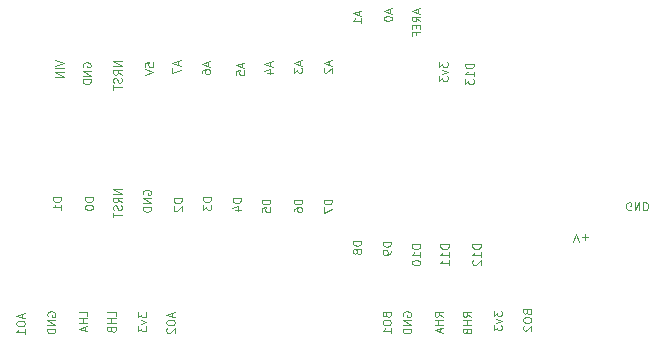
<source format=gbo>
%TF.GenerationSoftware,KiCad,Pcbnew,7.0.1*%
%TF.CreationDate,2023-05-14T10:54:03+09:00*%
%TF.ProjectId,trace,74726163-652e-46b6-9963-61645f706362,rev?*%
%TF.SameCoordinates,Original*%
%TF.FileFunction,Legend,Bot*%
%TF.FilePolarity,Positive*%
%FSLAX46Y46*%
G04 Gerber Fmt 4.6, Leading zero omitted, Abs format (unit mm)*
G04 Created by KiCad (PCBNEW 7.0.1) date 2023-05-14 10:54:03*
%MOMM*%
%LPD*%
G01*
G04 APERTURE LIST*
%ADD10C,0.100000*%
G04 APERTURE END LIST*
D10*
X151814333Y-117366666D02*
X151114333Y-117366666D01*
X151114333Y-117366666D02*
X151114333Y-117533333D01*
X151114333Y-117533333D02*
X151147666Y-117633333D01*
X151147666Y-117633333D02*
X151214333Y-117700000D01*
X151214333Y-117700000D02*
X151281000Y-117733333D01*
X151281000Y-117733333D02*
X151414333Y-117766666D01*
X151414333Y-117766666D02*
X151514333Y-117766666D01*
X151514333Y-117766666D02*
X151647666Y-117733333D01*
X151647666Y-117733333D02*
X151714333Y-117700000D01*
X151714333Y-117700000D02*
X151781000Y-117633333D01*
X151781000Y-117633333D02*
X151814333Y-117533333D01*
X151814333Y-117533333D02*
X151814333Y-117366666D01*
X151814333Y-118433333D02*
X151814333Y-118033333D01*
X151814333Y-118233333D02*
X151114333Y-118233333D01*
X151114333Y-118233333D02*
X151214333Y-118166666D01*
X151214333Y-118166666D02*
X151281000Y-118100000D01*
X151281000Y-118100000D02*
X151314333Y-118033333D01*
X151181000Y-118700000D02*
X151147666Y-118733333D01*
X151147666Y-118733333D02*
X151114333Y-118800000D01*
X151114333Y-118800000D02*
X151114333Y-118966667D01*
X151114333Y-118966667D02*
X151147666Y-119033333D01*
X151147666Y-119033333D02*
X151181000Y-119066667D01*
X151181000Y-119066667D02*
X151247666Y-119100000D01*
X151247666Y-119100000D02*
X151314333Y-119100000D01*
X151314333Y-119100000D02*
X151414333Y-119066667D01*
X151414333Y-119066667D02*
X151814333Y-118666667D01*
X151814333Y-118666667D02*
X151814333Y-119100000D01*
X149114333Y-117366666D02*
X148414333Y-117366666D01*
X148414333Y-117366666D02*
X148414333Y-117533333D01*
X148414333Y-117533333D02*
X148447666Y-117633333D01*
X148447666Y-117633333D02*
X148514333Y-117700000D01*
X148514333Y-117700000D02*
X148581000Y-117733333D01*
X148581000Y-117733333D02*
X148714333Y-117766666D01*
X148714333Y-117766666D02*
X148814333Y-117766666D01*
X148814333Y-117766666D02*
X148947666Y-117733333D01*
X148947666Y-117733333D02*
X149014333Y-117700000D01*
X149014333Y-117700000D02*
X149081000Y-117633333D01*
X149081000Y-117633333D02*
X149114333Y-117533333D01*
X149114333Y-117533333D02*
X149114333Y-117366666D01*
X149114333Y-118433333D02*
X149114333Y-118033333D01*
X149114333Y-118233333D02*
X148414333Y-118233333D01*
X148414333Y-118233333D02*
X148514333Y-118166666D01*
X148514333Y-118166666D02*
X148581000Y-118100000D01*
X148581000Y-118100000D02*
X148614333Y-118033333D01*
X149114333Y-119100000D02*
X149114333Y-118700000D01*
X149114333Y-118900000D02*
X148414333Y-118900000D01*
X148414333Y-118900000D02*
X148514333Y-118833333D01*
X148514333Y-118833333D02*
X148581000Y-118766667D01*
X148581000Y-118766667D02*
X148614333Y-118700000D01*
X146714333Y-117366666D02*
X146014333Y-117366666D01*
X146014333Y-117366666D02*
X146014333Y-117533333D01*
X146014333Y-117533333D02*
X146047666Y-117633333D01*
X146047666Y-117633333D02*
X146114333Y-117700000D01*
X146114333Y-117700000D02*
X146181000Y-117733333D01*
X146181000Y-117733333D02*
X146314333Y-117766666D01*
X146314333Y-117766666D02*
X146414333Y-117766666D01*
X146414333Y-117766666D02*
X146547666Y-117733333D01*
X146547666Y-117733333D02*
X146614333Y-117700000D01*
X146614333Y-117700000D02*
X146681000Y-117633333D01*
X146681000Y-117633333D02*
X146714333Y-117533333D01*
X146714333Y-117533333D02*
X146714333Y-117366666D01*
X146714333Y-118433333D02*
X146714333Y-118033333D01*
X146714333Y-118233333D02*
X146014333Y-118233333D01*
X146014333Y-118233333D02*
X146114333Y-118166666D01*
X146114333Y-118166666D02*
X146181000Y-118100000D01*
X146181000Y-118100000D02*
X146214333Y-118033333D01*
X146014333Y-118866667D02*
X146014333Y-118933333D01*
X146014333Y-118933333D02*
X146047666Y-119000000D01*
X146047666Y-119000000D02*
X146081000Y-119033333D01*
X146081000Y-119033333D02*
X146147666Y-119066667D01*
X146147666Y-119066667D02*
X146281000Y-119100000D01*
X146281000Y-119100000D02*
X146447666Y-119100000D01*
X146447666Y-119100000D02*
X146581000Y-119066667D01*
X146581000Y-119066667D02*
X146647666Y-119033333D01*
X146647666Y-119033333D02*
X146681000Y-119000000D01*
X146681000Y-119000000D02*
X146714333Y-118933333D01*
X146714333Y-118933333D02*
X146714333Y-118866667D01*
X146714333Y-118866667D02*
X146681000Y-118800000D01*
X146681000Y-118800000D02*
X146647666Y-118766667D01*
X146647666Y-118766667D02*
X146581000Y-118733333D01*
X146581000Y-118733333D02*
X146447666Y-118700000D01*
X146447666Y-118700000D02*
X146281000Y-118700000D01*
X146281000Y-118700000D02*
X146147666Y-118733333D01*
X146147666Y-118733333D02*
X146081000Y-118766667D01*
X146081000Y-118766667D02*
X146047666Y-118800000D01*
X146047666Y-118800000D02*
X146014333Y-118866667D01*
X144214333Y-117166666D02*
X143514333Y-117166666D01*
X143514333Y-117166666D02*
X143514333Y-117333333D01*
X143514333Y-117333333D02*
X143547666Y-117433333D01*
X143547666Y-117433333D02*
X143614333Y-117500000D01*
X143614333Y-117500000D02*
X143681000Y-117533333D01*
X143681000Y-117533333D02*
X143814333Y-117566666D01*
X143814333Y-117566666D02*
X143914333Y-117566666D01*
X143914333Y-117566666D02*
X144047666Y-117533333D01*
X144047666Y-117533333D02*
X144114333Y-117500000D01*
X144114333Y-117500000D02*
X144181000Y-117433333D01*
X144181000Y-117433333D02*
X144214333Y-117333333D01*
X144214333Y-117333333D02*
X144214333Y-117166666D01*
X144214333Y-117900000D02*
X144214333Y-118033333D01*
X144214333Y-118033333D02*
X144181000Y-118100000D01*
X144181000Y-118100000D02*
X144147666Y-118133333D01*
X144147666Y-118133333D02*
X144047666Y-118200000D01*
X144047666Y-118200000D02*
X143914333Y-118233333D01*
X143914333Y-118233333D02*
X143647666Y-118233333D01*
X143647666Y-118233333D02*
X143581000Y-118200000D01*
X143581000Y-118200000D02*
X143547666Y-118166666D01*
X143547666Y-118166666D02*
X143514333Y-118100000D01*
X143514333Y-118100000D02*
X143514333Y-117966666D01*
X143514333Y-117966666D02*
X143547666Y-117900000D01*
X143547666Y-117900000D02*
X143581000Y-117866666D01*
X143581000Y-117866666D02*
X143647666Y-117833333D01*
X143647666Y-117833333D02*
X143814333Y-117833333D01*
X143814333Y-117833333D02*
X143881000Y-117866666D01*
X143881000Y-117866666D02*
X143914333Y-117900000D01*
X143914333Y-117900000D02*
X143947666Y-117966666D01*
X143947666Y-117966666D02*
X143947666Y-118100000D01*
X143947666Y-118100000D02*
X143914333Y-118166666D01*
X143914333Y-118166666D02*
X143881000Y-118200000D01*
X143881000Y-118200000D02*
X143814333Y-118233333D01*
X141714333Y-117066666D02*
X141014333Y-117066666D01*
X141014333Y-117066666D02*
X141014333Y-117233333D01*
X141014333Y-117233333D02*
X141047666Y-117333333D01*
X141047666Y-117333333D02*
X141114333Y-117400000D01*
X141114333Y-117400000D02*
X141181000Y-117433333D01*
X141181000Y-117433333D02*
X141314333Y-117466666D01*
X141314333Y-117466666D02*
X141414333Y-117466666D01*
X141414333Y-117466666D02*
X141547666Y-117433333D01*
X141547666Y-117433333D02*
X141614333Y-117400000D01*
X141614333Y-117400000D02*
X141681000Y-117333333D01*
X141681000Y-117333333D02*
X141714333Y-117233333D01*
X141714333Y-117233333D02*
X141714333Y-117066666D01*
X141314333Y-117866666D02*
X141281000Y-117800000D01*
X141281000Y-117800000D02*
X141247666Y-117766666D01*
X141247666Y-117766666D02*
X141181000Y-117733333D01*
X141181000Y-117733333D02*
X141147666Y-117733333D01*
X141147666Y-117733333D02*
X141081000Y-117766666D01*
X141081000Y-117766666D02*
X141047666Y-117800000D01*
X141047666Y-117800000D02*
X141014333Y-117866666D01*
X141014333Y-117866666D02*
X141014333Y-118000000D01*
X141014333Y-118000000D02*
X141047666Y-118066666D01*
X141047666Y-118066666D02*
X141081000Y-118100000D01*
X141081000Y-118100000D02*
X141147666Y-118133333D01*
X141147666Y-118133333D02*
X141181000Y-118133333D01*
X141181000Y-118133333D02*
X141247666Y-118100000D01*
X141247666Y-118100000D02*
X141281000Y-118066666D01*
X141281000Y-118066666D02*
X141314333Y-118000000D01*
X141314333Y-118000000D02*
X141314333Y-117866666D01*
X141314333Y-117866666D02*
X141347666Y-117800000D01*
X141347666Y-117800000D02*
X141381000Y-117766666D01*
X141381000Y-117766666D02*
X141447666Y-117733333D01*
X141447666Y-117733333D02*
X141581000Y-117733333D01*
X141581000Y-117733333D02*
X141647666Y-117766666D01*
X141647666Y-117766666D02*
X141681000Y-117800000D01*
X141681000Y-117800000D02*
X141714333Y-117866666D01*
X141714333Y-117866666D02*
X141714333Y-118000000D01*
X141714333Y-118000000D02*
X141681000Y-118066666D01*
X141681000Y-118066666D02*
X141647666Y-118100000D01*
X141647666Y-118100000D02*
X141581000Y-118133333D01*
X141581000Y-118133333D02*
X141447666Y-118133333D01*
X141447666Y-118133333D02*
X141381000Y-118100000D01*
X141381000Y-118100000D02*
X141347666Y-118066666D01*
X141347666Y-118066666D02*
X141314333Y-118000000D01*
X139214333Y-113566666D02*
X138514333Y-113566666D01*
X138514333Y-113566666D02*
X138514333Y-113733333D01*
X138514333Y-113733333D02*
X138547666Y-113833333D01*
X138547666Y-113833333D02*
X138614333Y-113900000D01*
X138614333Y-113900000D02*
X138681000Y-113933333D01*
X138681000Y-113933333D02*
X138814333Y-113966666D01*
X138814333Y-113966666D02*
X138914333Y-113966666D01*
X138914333Y-113966666D02*
X139047666Y-113933333D01*
X139047666Y-113933333D02*
X139114333Y-113900000D01*
X139114333Y-113900000D02*
X139181000Y-113833333D01*
X139181000Y-113833333D02*
X139214333Y-113733333D01*
X139214333Y-113733333D02*
X139214333Y-113566666D01*
X138514333Y-114200000D02*
X138514333Y-114666666D01*
X138514333Y-114666666D02*
X139214333Y-114366666D01*
X136714333Y-113566666D02*
X136014333Y-113566666D01*
X136014333Y-113566666D02*
X136014333Y-113733333D01*
X136014333Y-113733333D02*
X136047666Y-113833333D01*
X136047666Y-113833333D02*
X136114333Y-113900000D01*
X136114333Y-113900000D02*
X136181000Y-113933333D01*
X136181000Y-113933333D02*
X136314333Y-113966666D01*
X136314333Y-113966666D02*
X136414333Y-113966666D01*
X136414333Y-113966666D02*
X136547666Y-113933333D01*
X136547666Y-113933333D02*
X136614333Y-113900000D01*
X136614333Y-113900000D02*
X136681000Y-113833333D01*
X136681000Y-113833333D02*
X136714333Y-113733333D01*
X136714333Y-113733333D02*
X136714333Y-113566666D01*
X136014333Y-114566666D02*
X136014333Y-114433333D01*
X136014333Y-114433333D02*
X136047666Y-114366666D01*
X136047666Y-114366666D02*
X136081000Y-114333333D01*
X136081000Y-114333333D02*
X136181000Y-114266666D01*
X136181000Y-114266666D02*
X136314333Y-114233333D01*
X136314333Y-114233333D02*
X136581000Y-114233333D01*
X136581000Y-114233333D02*
X136647666Y-114266666D01*
X136647666Y-114266666D02*
X136681000Y-114300000D01*
X136681000Y-114300000D02*
X136714333Y-114366666D01*
X136714333Y-114366666D02*
X136714333Y-114500000D01*
X136714333Y-114500000D02*
X136681000Y-114566666D01*
X136681000Y-114566666D02*
X136647666Y-114600000D01*
X136647666Y-114600000D02*
X136581000Y-114633333D01*
X136581000Y-114633333D02*
X136414333Y-114633333D01*
X136414333Y-114633333D02*
X136347666Y-114600000D01*
X136347666Y-114600000D02*
X136314333Y-114566666D01*
X136314333Y-114566666D02*
X136281000Y-114500000D01*
X136281000Y-114500000D02*
X136281000Y-114366666D01*
X136281000Y-114366666D02*
X136314333Y-114300000D01*
X136314333Y-114300000D02*
X136347666Y-114266666D01*
X136347666Y-114266666D02*
X136414333Y-114233333D01*
X134014333Y-113566666D02*
X133314333Y-113566666D01*
X133314333Y-113566666D02*
X133314333Y-113733333D01*
X133314333Y-113733333D02*
X133347666Y-113833333D01*
X133347666Y-113833333D02*
X133414333Y-113900000D01*
X133414333Y-113900000D02*
X133481000Y-113933333D01*
X133481000Y-113933333D02*
X133614333Y-113966666D01*
X133614333Y-113966666D02*
X133714333Y-113966666D01*
X133714333Y-113966666D02*
X133847666Y-113933333D01*
X133847666Y-113933333D02*
X133914333Y-113900000D01*
X133914333Y-113900000D02*
X133981000Y-113833333D01*
X133981000Y-113833333D02*
X134014333Y-113733333D01*
X134014333Y-113733333D02*
X134014333Y-113566666D01*
X133314333Y-114600000D02*
X133314333Y-114266666D01*
X133314333Y-114266666D02*
X133647666Y-114233333D01*
X133647666Y-114233333D02*
X133614333Y-114266666D01*
X133614333Y-114266666D02*
X133581000Y-114333333D01*
X133581000Y-114333333D02*
X133581000Y-114500000D01*
X133581000Y-114500000D02*
X133614333Y-114566666D01*
X133614333Y-114566666D02*
X133647666Y-114600000D01*
X133647666Y-114600000D02*
X133714333Y-114633333D01*
X133714333Y-114633333D02*
X133881000Y-114633333D01*
X133881000Y-114633333D02*
X133947666Y-114600000D01*
X133947666Y-114600000D02*
X133981000Y-114566666D01*
X133981000Y-114566666D02*
X134014333Y-114500000D01*
X134014333Y-114500000D02*
X134014333Y-114333333D01*
X134014333Y-114333333D02*
X133981000Y-114266666D01*
X133981000Y-114266666D02*
X133947666Y-114233333D01*
X131514333Y-113466666D02*
X130814333Y-113466666D01*
X130814333Y-113466666D02*
X130814333Y-113633333D01*
X130814333Y-113633333D02*
X130847666Y-113733333D01*
X130847666Y-113733333D02*
X130914333Y-113800000D01*
X130914333Y-113800000D02*
X130981000Y-113833333D01*
X130981000Y-113833333D02*
X131114333Y-113866666D01*
X131114333Y-113866666D02*
X131214333Y-113866666D01*
X131214333Y-113866666D02*
X131347666Y-113833333D01*
X131347666Y-113833333D02*
X131414333Y-113800000D01*
X131414333Y-113800000D02*
X131481000Y-113733333D01*
X131481000Y-113733333D02*
X131514333Y-113633333D01*
X131514333Y-113633333D02*
X131514333Y-113466666D01*
X131047666Y-114466666D02*
X131514333Y-114466666D01*
X130781000Y-114300000D02*
X131281000Y-114133333D01*
X131281000Y-114133333D02*
X131281000Y-114566666D01*
X129014333Y-113366666D02*
X128314333Y-113366666D01*
X128314333Y-113366666D02*
X128314333Y-113533333D01*
X128314333Y-113533333D02*
X128347666Y-113633333D01*
X128347666Y-113633333D02*
X128414333Y-113700000D01*
X128414333Y-113700000D02*
X128481000Y-113733333D01*
X128481000Y-113733333D02*
X128614333Y-113766666D01*
X128614333Y-113766666D02*
X128714333Y-113766666D01*
X128714333Y-113766666D02*
X128847666Y-113733333D01*
X128847666Y-113733333D02*
X128914333Y-113700000D01*
X128914333Y-113700000D02*
X128981000Y-113633333D01*
X128981000Y-113633333D02*
X129014333Y-113533333D01*
X129014333Y-113533333D02*
X129014333Y-113366666D01*
X128314333Y-114000000D02*
X128314333Y-114433333D01*
X128314333Y-114433333D02*
X128581000Y-114200000D01*
X128581000Y-114200000D02*
X128581000Y-114300000D01*
X128581000Y-114300000D02*
X128614333Y-114366666D01*
X128614333Y-114366666D02*
X128647666Y-114400000D01*
X128647666Y-114400000D02*
X128714333Y-114433333D01*
X128714333Y-114433333D02*
X128881000Y-114433333D01*
X128881000Y-114433333D02*
X128947666Y-114400000D01*
X128947666Y-114400000D02*
X128981000Y-114366666D01*
X128981000Y-114366666D02*
X129014333Y-114300000D01*
X129014333Y-114300000D02*
X129014333Y-114100000D01*
X129014333Y-114100000D02*
X128981000Y-114033333D01*
X128981000Y-114033333D02*
X128947666Y-114000000D01*
X126514333Y-113466666D02*
X125814333Y-113466666D01*
X125814333Y-113466666D02*
X125814333Y-113633333D01*
X125814333Y-113633333D02*
X125847666Y-113733333D01*
X125847666Y-113733333D02*
X125914333Y-113800000D01*
X125914333Y-113800000D02*
X125981000Y-113833333D01*
X125981000Y-113833333D02*
X126114333Y-113866666D01*
X126114333Y-113866666D02*
X126214333Y-113866666D01*
X126214333Y-113866666D02*
X126347666Y-113833333D01*
X126347666Y-113833333D02*
X126414333Y-113800000D01*
X126414333Y-113800000D02*
X126481000Y-113733333D01*
X126481000Y-113733333D02*
X126514333Y-113633333D01*
X126514333Y-113633333D02*
X126514333Y-113466666D01*
X125881000Y-114133333D02*
X125847666Y-114166666D01*
X125847666Y-114166666D02*
X125814333Y-114233333D01*
X125814333Y-114233333D02*
X125814333Y-114400000D01*
X125814333Y-114400000D02*
X125847666Y-114466666D01*
X125847666Y-114466666D02*
X125881000Y-114500000D01*
X125881000Y-114500000D02*
X125947666Y-114533333D01*
X125947666Y-114533333D02*
X126014333Y-114533333D01*
X126014333Y-114533333D02*
X126114333Y-114500000D01*
X126114333Y-114500000D02*
X126514333Y-114100000D01*
X126514333Y-114100000D02*
X126514333Y-114533333D01*
X123247666Y-113133333D02*
X123214333Y-113066666D01*
X123214333Y-113066666D02*
X123214333Y-112966666D01*
X123214333Y-112966666D02*
X123247666Y-112866666D01*
X123247666Y-112866666D02*
X123314333Y-112800000D01*
X123314333Y-112800000D02*
X123381000Y-112766666D01*
X123381000Y-112766666D02*
X123514333Y-112733333D01*
X123514333Y-112733333D02*
X123614333Y-112733333D01*
X123614333Y-112733333D02*
X123747666Y-112766666D01*
X123747666Y-112766666D02*
X123814333Y-112800000D01*
X123814333Y-112800000D02*
X123881000Y-112866666D01*
X123881000Y-112866666D02*
X123914333Y-112966666D01*
X123914333Y-112966666D02*
X123914333Y-113033333D01*
X123914333Y-113033333D02*
X123881000Y-113133333D01*
X123881000Y-113133333D02*
X123847666Y-113166666D01*
X123847666Y-113166666D02*
X123614333Y-113166666D01*
X123614333Y-113166666D02*
X123614333Y-113033333D01*
X123914333Y-113466666D02*
X123214333Y-113466666D01*
X123214333Y-113466666D02*
X123914333Y-113866666D01*
X123914333Y-113866666D02*
X123214333Y-113866666D01*
X123914333Y-114199999D02*
X123214333Y-114199999D01*
X123214333Y-114199999D02*
X123214333Y-114366666D01*
X123214333Y-114366666D02*
X123247666Y-114466666D01*
X123247666Y-114466666D02*
X123314333Y-114533333D01*
X123314333Y-114533333D02*
X123381000Y-114566666D01*
X123381000Y-114566666D02*
X123514333Y-114599999D01*
X123514333Y-114599999D02*
X123614333Y-114599999D01*
X123614333Y-114599999D02*
X123747666Y-114566666D01*
X123747666Y-114566666D02*
X123814333Y-114533333D01*
X123814333Y-114533333D02*
X123881000Y-114466666D01*
X123881000Y-114466666D02*
X123914333Y-114366666D01*
X123914333Y-114366666D02*
X123914333Y-114199999D01*
X121414333Y-112666666D02*
X120714333Y-112666666D01*
X120714333Y-112666666D02*
X121414333Y-113066666D01*
X121414333Y-113066666D02*
X120714333Y-113066666D01*
X121414333Y-113799999D02*
X121081000Y-113566666D01*
X121414333Y-113399999D02*
X120714333Y-113399999D01*
X120714333Y-113399999D02*
X120714333Y-113666666D01*
X120714333Y-113666666D02*
X120747666Y-113733333D01*
X120747666Y-113733333D02*
X120781000Y-113766666D01*
X120781000Y-113766666D02*
X120847666Y-113799999D01*
X120847666Y-113799999D02*
X120947666Y-113799999D01*
X120947666Y-113799999D02*
X121014333Y-113766666D01*
X121014333Y-113766666D02*
X121047666Y-113733333D01*
X121047666Y-113733333D02*
X121081000Y-113666666D01*
X121081000Y-113666666D02*
X121081000Y-113399999D01*
X121381000Y-114066666D02*
X121414333Y-114166666D01*
X121414333Y-114166666D02*
X121414333Y-114333333D01*
X121414333Y-114333333D02*
X121381000Y-114399999D01*
X121381000Y-114399999D02*
X121347666Y-114433333D01*
X121347666Y-114433333D02*
X121281000Y-114466666D01*
X121281000Y-114466666D02*
X121214333Y-114466666D01*
X121214333Y-114466666D02*
X121147666Y-114433333D01*
X121147666Y-114433333D02*
X121114333Y-114399999D01*
X121114333Y-114399999D02*
X121081000Y-114333333D01*
X121081000Y-114333333D02*
X121047666Y-114199999D01*
X121047666Y-114199999D02*
X121014333Y-114133333D01*
X121014333Y-114133333D02*
X120981000Y-114099999D01*
X120981000Y-114099999D02*
X120914333Y-114066666D01*
X120914333Y-114066666D02*
X120847666Y-114066666D01*
X120847666Y-114066666D02*
X120781000Y-114099999D01*
X120781000Y-114099999D02*
X120747666Y-114133333D01*
X120747666Y-114133333D02*
X120714333Y-114199999D01*
X120714333Y-114199999D02*
X120714333Y-114366666D01*
X120714333Y-114366666D02*
X120747666Y-114466666D01*
X120714333Y-114666666D02*
X120714333Y-115066666D01*
X121414333Y-114866666D02*
X120714333Y-114866666D01*
X119014333Y-113366666D02*
X118314333Y-113366666D01*
X118314333Y-113366666D02*
X118314333Y-113533333D01*
X118314333Y-113533333D02*
X118347666Y-113633333D01*
X118347666Y-113633333D02*
X118414333Y-113700000D01*
X118414333Y-113700000D02*
X118481000Y-113733333D01*
X118481000Y-113733333D02*
X118614333Y-113766666D01*
X118614333Y-113766666D02*
X118714333Y-113766666D01*
X118714333Y-113766666D02*
X118847666Y-113733333D01*
X118847666Y-113733333D02*
X118914333Y-113700000D01*
X118914333Y-113700000D02*
X118981000Y-113633333D01*
X118981000Y-113633333D02*
X119014333Y-113533333D01*
X119014333Y-113533333D02*
X119014333Y-113366666D01*
X118314333Y-114200000D02*
X118314333Y-114266666D01*
X118314333Y-114266666D02*
X118347666Y-114333333D01*
X118347666Y-114333333D02*
X118381000Y-114366666D01*
X118381000Y-114366666D02*
X118447666Y-114400000D01*
X118447666Y-114400000D02*
X118581000Y-114433333D01*
X118581000Y-114433333D02*
X118747666Y-114433333D01*
X118747666Y-114433333D02*
X118881000Y-114400000D01*
X118881000Y-114400000D02*
X118947666Y-114366666D01*
X118947666Y-114366666D02*
X118981000Y-114333333D01*
X118981000Y-114333333D02*
X119014333Y-114266666D01*
X119014333Y-114266666D02*
X119014333Y-114200000D01*
X119014333Y-114200000D02*
X118981000Y-114133333D01*
X118981000Y-114133333D02*
X118947666Y-114100000D01*
X118947666Y-114100000D02*
X118881000Y-114066666D01*
X118881000Y-114066666D02*
X118747666Y-114033333D01*
X118747666Y-114033333D02*
X118581000Y-114033333D01*
X118581000Y-114033333D02*
X118447666Y-114066666D01*
X118447666Y-114066666D02*
X118381000Y-114100000D01*
X118381000Y-114100000D02*
X118347666Y-114133333D01*
X118347666Y-114133333D02*
X118314333Y-114200000D01*
X116314333Y-113366666D02*
X115614333Y-113366666D01*
X115614333Y-113366666D02*
X115614333Y-113533333D01*
X115614333Y-113533333D02*
X115647666Y-113633333D01*
X115647666Y-113633333D02*
X115714333Y-113700000D01*
X115714333Y-113700000D02*
X115781000Y-113733333D01*
X115781000Y-113733333D02*
X115914333Y-113766666D01*
X115914333Y-113766666D02*
X116014333Y-113766666D01*
X116014333Y-113766666D02*
X116147666Y-113733333D01*
X116147666Y-113733333D02*
X116214333Y-113700000D01*
X116214333Y-113700000D02*
X116281000Y-113633333D01*
X116281000Y-113633333D02*
X116314333Y-113533333D01*
X116314333Y-113533333D02*
X116314333Y-113366666D01*
X116314333Y-114433333D02*
X116314333Y-114033333D01*
X116314333Y-114233333D02*
X115614333Y-114233333D01*
X115614333Y-114233333D02*
X115714333Y-114166666D01*
X115714333Y-114166666D02*
X115781000Y-114100000D01*
X115781000Y-114100000D02*
X115814333Y-114033333D01*
X151214333Y-102066666D02*
X150514333Y-102066666D01*
X150514333Y-102066666D02*
X150514333Y-102233333D01*
X150514333Y-102233333D02*
X150547666Y-102333333D01*
X150547666Y-102333333D02*
X150614333Y-102400000D01*
X150614333Y-102400000D02*
X150681000Y-102433333D01*
X150681000Y-102433333D02*
X150814333Y-102466666D01*
X150814333Y-102466666D02*
X150914333Y-102466666D01*
X150914333Y-102466666D02*
X151047666Y-102433333D01*
X151047666Y-102433333D02*
X151114333Y-102400000D01*
X151114333Y-102400000D02*
X151181000Y-102333333D01*
X151181000Y-102333333D02*
X151214333Y-102233333D01*
X151214333Y-102233333D02*
X151214333Y-102066666D01*
X151214333Y-103133333D02*
X151214333Y-102733333D01*
X151214333Y-102933333D02*
X150514333Y-102933333D01*
X150514333Y-102933333D02*
X150614333Y-102866666D01*
X150614333Y-102866666D02*
X150681000Y-102800000D01*
X150681000Y-102800000D02*
X150714333Y-102733333D01*
X150514333Y-103366667D02*
X150514333Y-103800000D01*
X150514333Y-103800000D02*
X150781000Y-103566667D01*
X150781000Y-103566667D02*
X150781000Y-103666667D01*
X150781000Y-103666667D02*
X150814333Y-103733333D01*
X150814333Y-103733333D02*
X150847666Y-103766667D01*
X150847666Y-103766667D02*
X150914333Y-103800000D01*
X150914333Y-103800000D02*
X151081000Y-103800000D01*
X151081000Y-103800000D02*
X151147666Y-103766667D01*
X151147666Y-103766667D02*
X151181000Y-103733333D01*
X151181000Y-103733333D02*
X151214333Y-103666667D01*
X151214333Y-103666667D02*
X151214333Y-103466667D01*
X151214333Y-103466667D02*
X151181000Y-103400000D01*
X151181000Y-103400000D02*
X151147666Y-103366667D01*
X148314333Y-101900000D02*
X148314333Y-102333333D01*
X148314333Y-102333333D02*
X148581000Y-102100000D01*
X148581000Y-102100000D02*
X148581000Y-102200000D01*
X148581000Y-102200000D02*
X148614333Y-102266666D01*
X148614333Y-102266666D02*
X148647666Y-102300000D01*
X148647666Y-102300000D02*
X148714333Y-102333333D01*
X148714333Y-102333333D02*
X148881000Y-102333333D01*
X148881000Y-102333333D02*
X148947666Y-102300000D01*
X148947666Y-102300000D02*
X148981000Y-102266666D01*
X148981000Y-102266666D02*
X149014333Y-102200000D01*
X149014333Y-102200000D02*
X149014333Y-102000000D01*
X149014333Y-102000000D02*
X148981000Y-101933333D01*
X148981000Y-101933333D02*
X148947666Y-101900000D01*
X148547666Y-102566667D02*
X149014333Y-102733333D01*
X149014333Y-102733333D02*
X148547666Y-102900000D01*
X148314333Y-103100000D02*
X148314333Y-103533333D01*
X148314333Y-103533333D02*
X148581000Y-103300000D01*
X148581000Y-103300000D02*
X148581000Y-103400000D01*
X148581000Y-103400000D02*
X148614333Y-103466666D01*
X148614333Y-103466666D02*
X148647666Y-103500000D01*
X148647666Y-103500000D02*
X148714333Y-103533333D01*
X148714333Y-103533333D02*
X148881000Y-103533333D01*
X148881000Y-103533333D02*
X148947666Y-103500000D01*
X148947666Y-103500000D02*
X148981000Y-103466666D01*
X148981000Y-103466666D02*
X149014333Y-103400000D01*
X149014333Y-103400000D02*
X149014333Y-103200000D01*
X149014333Y-103200000D02*
X148981000Y-103133333D01*
X148981000Y-103133333D02*
X148947666Y-103100000D01*
X146514333Y-97433333D02*
X146514333Y-97766666D01*
X146714333Y-97366666D02*
X146014333Y-97600000D01*
X146014333Y-97600000D02*
X146714333Y-97833333D01*
X146714333Y-98466666D02*
X146381000Y-98233333D01*
X146714333Y-98066666D02*
X146014333Y-98066666D01*
X146014333Y-98066666D02*
X146014333Y-98333333D01*
X146014333Y-98333333D02*
X146047666Y-98400000D01*
X146047666Y-98400000D02*
X146081000Y-98433333D01*
X146081000Y-98433333D02*
X146147666Y-98466666D01*
X146147666Y-98466666D02*
X146247666Y-98466666D01*
X146247666Y-98466666D02*
X146314333Y-98433333D01*
X146314333Y-98433333D02*
X146347666Y-98400000D01*
X146347666Y-98400000D02*
X146381000Y-98333333D01*
X146381000Y-98333333D02*
X146381000Y-98066666D01*
X146347666Y-98766666D02*
X146347666Y-99000000D01*
X146714333Y-99100000D02*
X146714333Y-98766666D01*
X146714333Y-98766666D02*
X146014333Y-98766666D01*
X146014333Y-98766666D02*
X146014333Y-99100000D01*
X146347666Y-99633333D02*
X146347666Y-99399999D01*
X146714333Y-99399999D02*
X146014333Y-99399999D01*
X146014333Y-99399999D02*
X146014333Y-99733333D01*
X144114333Y-97433333D02*
X144114333Y-97766666D01*
X144314333Y-97366666D02*
X143614333Y-97600000D01*
X143614333Y-97600000D02*
X144314333Y-97833333D01*
X143614333Y-98200000D02*
X143614333Y-98266666D01*
X143614333Y-98266666D02*
X143647666Y-98333333D01*
X143647666Y-98333333D02*
X143681000Y-98366666D01*
X143681000Y-98366666D02*
X143747666Y-98400000D01*
X143747666Y-98400000D02*
X143881000Y-98433333D01*
X143881000Y-98433333D02*
X144047666Y-98433333D01*
X144047666Y-98433333D02*
X144181000Y-98400000D01*
X144181000Y-98400000D02*
X144247666Y-98366666D01*
X144247666Y-98366666D02*
X144281000Y-98333333D01*
X144281000Y-98333333D02*
X144314333Y-98266666D01*
X144314333Y-98266666D02*
X144314333Y-98200000D01*
X144314333Y-98200000D02*
X144281000Y-98133333D01*
X144281000Y-98133333D02*
X144247666Y-98100000D01*
X144247666Y-98100000D02*
X144181000Y-98066666D01*
X144181000Y-98066666D02*
X144047666Y-98033333D01*
X144047666Y-98033333D02*
X143881000Y-98033333D01*
X143881000Y-98033333D02*
X143747666Y-98066666D01*
X143747666Y-98066666D02*
X143681000Y-98100000D01*
X143681000Y-98100000D02*
X143647666Y-98133333D01*
X143647666Y-98133333D02*
X143614333Y-98200000D01*
X141514333Y-97633333D02*
X141514333Y-97966666D01*
X141714333Y-97566666D02*
X141014333Y-97800000D01*
X141014333Y-97800000D02*
X141714333Y-98033333D01*
X141714333Y-98633333D02*
X141714333Y-98233333D01*
X141714333Y-98433333D02*
X141014333Y-98433333D01*
X141014333Y-98433333D02*
X141114333Y-98366666D01*
X141114333Y-98366666D02*
X141181000Y-98300000D01*
X141181000Y-98300000D02*
X141214333Y-98233333D01*
X139014333Y-101833333D02*
X139014333Y-102166666D01*
X139214333Y-101766666D02*
X138514333Y-102000000D01*
X138514333Y-102000000D02*
X139214333Y-102233333D01*
X138581000Y-102433333D02*
X138547666Y-102466666D01*
X138547666Y-102466666D02*
X138514333Y-102533333D01*
X138514333Y-102533333D02*
X138514333Y-102700000D01*
X138514333Y-102700000D02*
X138547666Y-102766666D01*
X138547666Y-102766666D02*
X138581000Y-102800000D01*
X138581000Y-102800000D02*
X138647666Y-102833333D01*
X138647666Y-102833333D02*
X138714333Y-102833333D01*
X138714333Y-102833333D02*
X138814333Y-102800000D01*
X138814333Y-102800000D02*
X139214333Y-102400000D01*
X139214333Y-102400000D02*
X139214333Y-102833333D01*
X136514333Y-101833333D02*
X136514333Y-102166666D01*
X136714333Y-101766666D02*
X136014333Y-102000000D01*
X136014333Y-102000000D02*
X136714333Y-102233333D01*
X136014333Y-102400000D02*
X136014333Y-102833333D01*
X136014333Y-102833333D02*
X136281000Y-102600000D01*
X136281000Y-102600000D02*
X136281000Y-102700000D01*
X136281000Y-102700000D02*
X136314333Y-102766666D01*
X136314333Y-102766666D02*
X136347666Y-102800000D01*
X136347666Y-102800000D02*
X136414333Y-102833333D01*
X136414333Y-102833333D02*
X136581000Y-102833333D01*
X136581000Y-102833333D02*
X136647666Y-102800000D01*
X136647666Y-102800000D02*
X136681000Y-102766666D01*
X136681000Y-102766666D02*
X136714333Y-102700000D01*
X136714333Y-102700000D02*
X136714333Y-102500000D01*
X136714333Y-102500000D02*
X136681000Y-102433333D01*
X136681000Y-102433333D02*
X136647666Y-102400000D01*
X134014333Y-101933333D02*
X134014333Y-102266666D01*
X134214333Y-101866666D02*
X133514333Y-102100000D01*
X133514333Y-102100000D02*
X134214333Y-102333333D01*
X133747666Y-102866666D02*
X134214333Y-102866666D01*
X133481000Y-102700000D02*
X133981000Y-102533333D01*
X133981000Y-102533333D02*
X133981000Y-102966666D01*
X131614333Y-102033333D02*
X131614333Y-102366666D01*
X131814333Y-101966666D02*
X131114333Y-102200000D01*
X131114333Y-102200000D02*
X131814333Y-102433333D01*
X131114333Y-103000000D02*
X131114333Y-102666666D01*
X131114333Y-102666666D02*
X131447666Y-102633333D01*
X131447666Y-102633333D02*
X131414333Y-102666666D01*
X131414333Y-102666666D02*
X131381000Y-102733333D01*
X131381000Y-102733333D02*
X131381000Y-102900000D01*
X131381000Y-102900000D02*
X131414333Y-102966666D01*
X131414333Y-102966666D02*
X131447666Y-103000000D01*
X131447666Y-103000000D02*
X131514333Y-103033333D01*
X131514333Y-103033333D02*
X131681000Y-103033333D01*
X131681000Y-103033333D02*
X131747666Y-103000000D01*
X131747666Y-103000000D02*
X131781000Y-102966666D01*
X131781000Y-102966666D02*
X131814333Y-102900000D01*
X131814333Y-102900000D02*
X131814333Y-102733333D01*
X131814333Y-102733333D02*
X131781000Y-102666666D01*
X131781000Y-102666666D02*
X131747666Y-102633333D01*
X128714333Y-101933333D02*
X128714333Y-102266666D01*
X128914333Y-101866666D02*
X128214333Y-102100000D01*
X128214333Y-102100000D02*
X128914333Y-102333333D01*
X128214333Y-102866666D02*
X128214333Y-102733333D01*
X128214333Y-102733333D02*
X128247666Y-102666666D01*
X128247666Y-102666666D02*
X128281000Y-102633333D01*
X128281000Y-102633333D02*
X128381000Y-102566666D01*
X128381000Y-102566666D02*
X128514333Y-102533333D01*
X128514333Y-102533333D02*
X128781000Y-102533333D01*
X128781000Y-102533333D02*
X128847666Y-102566666D01*
X128847666Y-102566666D02*
X128881000Y-102600000D01*
X128881000Y-102600000D02*
X128914333Y-102666666D01*
X128914333Y-102666666D02*
X128914333Y-102800000D01*
X128914333Y-102800000D02*
X128881000Y-102866666D01*
X128881000Y-102866666D02*
X128847666Y-102900000D01*
X128847666Y-102900000D02*
X128781000Y-102933333D01*
X128781000Y-102933333D02*
X128614333Y-102933333D01*
X128614333Y-102933333D02*
X128547666Y-102900000D01*
X128547666Y-102900000D02*
X128514333Y-102866666D01*
X128514333Y-102866666D02*
X128481000Y-102800000D01*
X128481000Y-102800000D02*
X128481000Y-102666666D01*
X128481000Y-102666666D02*
X128514333Y-102600000D01*
X128514333Y-102600000D02*
X128547666Y-102566666D01*
X128547666Y-102566666D02*
X128614333Y-102533333D01*
X126214333Y-101833333D02*
X126214333Y-102166666D01*
X126414333Y-101766666D02*
X125714333Y-102000000D01*
X125714333Y-102000000D02*
X126414333Y-102233333D01*
X125714333Y-102400000D02*
X125714333Y-102866666D01*
X125714333Y-102866666D02*
X126414333Y-102566666D01*
X123414333Y-102300000D02*
X123414333Y-101966666D01*
X123414333Y-101966666D02*
X123747666Y-101933333D01*
X123747666Y-101933333D02*
X123714333Y-101966666D01*
X123714333Y-101966666D02*
X123681000Y-102033333D01*
X123681000Y-102033333D02*
X123681000Y-102200000D01*
X123681000Y-102200000D02*
X123714333Y-102266666D01*
X123714333Y-102266666D02*
X123747666Y-102300000D01*
X123747666Y-102300000D02*
X123814333Y-102333333D01*
X123814333Y-102333333D02*
X123981000Y-102333333D01*
X123981000Y-102333333D02*
X124047666Y-102300000D01*
X124047666Y-102300000D02*
X124081000Y-102266666D01*
X124081000Y-102266666D02*
X124114333Y-102200000D01*
X124114333Y-102200000D02*
X124114333Y-102033333D01*
X124114333Y-102033333D02*
X124081000Y-101966666D01*
X124081000Y-101966666D02*
X124047666Y-101933333D01*
X123414333Y-102533333D02*
X124114333Y-102766667D01*
X124114333Y-102766667D02*
X123414333Y-103000000D01*
X121414333Y-101866666D02*
X120714333Y-101866666D01*
X120714333Y-101866666D02*
X121414333Y-102266666D01*
X121414333Y-102266666D02*
X120714333Y-102266666D01*
X121414333Y-102999999D02*
X121081000Y-102766666D01*
X121414333Y-102599999D02*
X120714333Y-102599999D01*
X120714333Y-102599999D02*
X120714333Y-102866666D01*
X120714333Y-102866666D02*
X120747666Y-102933333D01*
X120747666Y-102933333D02*
X120781000Y-102966666D01*
X120781000Y-102966666D02*
X120847666Y-102999999D01*
X120847666Y-102999999D02*
X120947666Y-102999999D01*
X120947666Y-102999999D02*
X121014333Y-102966666D01*
X121014333Y-102966666D02*
X121047666Y-102933333D01*
X121047666Y-102933333D02*
X121081000Y-102866666D01*
X121081000Y-102866666D02*
X121081000Y-102599999D01*
X121381000Y-103266666D02*
X121414333Y-103366666D01*
X121414333Y-103366666D02*
X121414333Y-103533333D01*
X121414333Y-103533333D02*
X121381000Y-103599999D01*
X121381000Y-103599999D02*
X121347666Y-103633333D01*
X121347666Y-103633333D02*
X121281000Y-103666666D01*
X121281000Y-103666666D02*
X121214333Y-103666666D01*
X121214333Y-103666666D02*
X121147666Y-103633333D01*
X121147666Y-103633333D02*
X121114333Y-103599999D01*
X121114333Y-103599999D02*
X121081000Y-103533333D01*
X121081000Y-103533333D02*
X121047666Y-103399999D01*
X121047666Y-103399999D02*
X121014333Y-103333333D01*
X121014333Y-103333333D02*
X120981000Y-103299999D01*
X120981000Y-103299999D02*
X120914333Y-103266666D01*
X120914333Y-103266666D02*
X120847666Y-103266666D01*
X120847666Y-103266666D02*
X120781000Y-103299999D01*
X120781000Y-103299999D02*
X120747666Y-103333333D01*
X120747666Y-103333333D02*
X120714333Y-103399999D01*
X120714333Y-103399999D02*
X120714333Y-103566666D01*
X120714333Y-103566666D02*
X120747666Y-103666666D01*
X120714333Y-103866666D02*
X120714333Y-104266666D01*
X121414333Y-104066666D02*
X120714333Y-104066666D01*
X118147666Y-102333333D02*
X118114333Y-102266666D01*
X118114333Y-102266666D02*
X118114333Y-102166666D01*
X118114333Y-102166666D02*
X118147666Y-102066666D01*
X118147666Y-102066666D02*
X118214333Y-102000000D01*
X118214333Y-102000000D02*
X118281000Y-101966666D01*
X118281000Y-101966666D02*
X118414333Y-101933333D01*
X118414333Y-101933333D02*
X118514333Y-101933333D01*
X118514333Y-101933333D02*
X118647666Y-101966666D01*
X118647666Y-101966666D02*
X118714333Y-102000000D01*
X118714333Y-102000000D02*
X118781000Y-102066666D01*
X118781000Y-102066666D02*
X118814333Y-102166666D01*
X118814333Y-102166666D02*
X118814333Y-102233333D01*
X118814333Y-102233333D02*
X118781000Y-102333333D01*
X118781000Y-102333333D02*
X118747666Y-102366666D01*
X118747666Y-102366666D02*
X118514333Y-102366666D01*
X118514333Y-102366666D02*
X118514333Y-102233333D01*
X118814333Y-102666666D02*
X118114333Y-102666666D01*
X118114333Y-102666666D02*
X118814333Y-103066666D01*
X118814333Y-103066666D02*
X118114333Y-103066666D01*
X118814333Y-103399999D02*
X118114333Y-103399999D01*
X118114333Y-103399999D02*
X118114333Y-103566666D01*
X118114333Y-103566666D02*
X118147666Y-103666666D01*
X118147666Y-103666666D02*
X118214333Y-103733333D01*
X118214333Y-103733333D02*
X118281000Y-103766666D01*
X118281000Y-103766666D02*
X118414333Y-103799999D01*
X118414333Y-103799999D02*
X118514333Y-103799999D01*
X118514333Y-103799999D02*
X118647666Y-103766666D01*
X118647666Y-103766666D02*
X118714333Y-103733333D01*
X118714333Y-103733333D02*
X118781000Y-103666666D01*
X118781000Y-103666666D02*
X118814333Y-103566666D01*
X118814333Y-103566666D02*
X118814333Y-103399999D01*
X115814333Y-101766666D02*
X116514333Y-102000000D01*
X116514333Y-102000000D02*
X115814333Y-102233333D01*
X116514333Y-102466666D02*
X115814333Y-102466666D01*
X116514333Y-102799999D02*
X115814333Y-102799999D01*
X115814333Y-102799999D02*
X116514333Y-103199999D01*
X116514333Y-103199999D02*
X115814333Y-103199999D01*
X164533333Y-114452333D02*
X164466666Y-114485666D01*
X164466666Y-114485666D02*
X164366666Y-114485666D01*
X164366666Y-114485666D02*
X164266666Y-114452333D01*
X164266666Y-114452333D02*
X164200000Y-114385666D01*
X164200000Y-114385666D02*
X164166666Y-114319000D01*
X164166666Y-114319000D02*
X164133333Y-114185666D01*
X164133333Y-114185666D02*
X164133333Y-114085666D01*
X164133333Y-114085666D02*
X164166666Y-113952333D01*
X164166666Y-113952333D02*
X164200000Y-113885666D01*
X164200000Y-113885666D02*
X164266666Y-113819000D01*
X164266666Y-113819000D02*
X164366666Y-113785666D01*
X164366666Y-113785666D02*
X164433333Y-113785666D01*
X164433333Y-113785666D02*
X164533333Y-113819000D01*
X164533333Y-113819000D02*
X164566666Y-113852333D01*
X164566666Y-113852333D02*
X164566666Y-114085666D01*
X164566666Y-114085666D02*
X164433333Y-114085666D01*
X164866666Y-113785666D02*
X164866666Y-114485666D01*
X164866666Y-114485666D02*
X165266666Y-113785666D01*
X165266666Y-113785666D02*
X165266666Y-114485666D01*
X165599999Y-113785666D02*
X165599999Y-114485666D01*
X165599999Y-114485666D02*
X165766666Y-114485666D01*
X165766666Y-114485666D02*
X165866666Y-114452333D01*
X165866666Y-114452333D02*
X165933333Y-114385666D01*
X165933333Y-114385666D02*
X165966666Y-114319000D01*
X165966666Y-114319000D02*
X165999999Y-114185666D01*
X165999999Y-114185666D02*
X165999999Y-114085666D01*
X165999999Y-114085666D02*
X165966666Y-113952333D01*
X165966666Y-113952333D02*
X165933333Y-113885666D01*
X165933333Y-113885666D02*
X165866666Y-113819000D01*
X165866666Y-113819000D02*
X165766666Y-113785666D01*
X165766666Y-113785666D02*
X165599999Y-113785666D01*
X159666666Y-117185666D02*
X159900000Y-116485666D01*
X159900000Y-116485666D02*
X160133333Y-117185666D01*
X160366666Y-116752333D02*
X160900000Y-116752333D01*
X160633333Y-116485666D02*
X160633333Y-117019000D01*
X143847666Y-123300000D02*
X143881000Y-123400000D01*
X143881000Y-123400000D02*
X143914333Y-123433333D01*
X143914333Y-123433333D02*
X143981000Y-123466666D01*
X143981000Y-123466666D02*
X144081000Y-123466666D01*
X144081000Y-123466666D02*
X144147666Y-123433333D01*
X144147666Y-123433333D02*
X144181000Y-123400000D01*
X144181000Y-123400000D02*
X144214333Y-123333333D01*
X144214333Y-123333333D02*
X144214333Y-123066666D01*
X144214333Y-123066666D02*
X143514333Y-123066666D01*
X143514333Y-123066666D02*
X143514333Y-123300000D01*
X143514333Y-123300000D02*
X143547666Y-123366666D01*
X143547666Y-123366666D02*
X143581000Y-123400000D01*
X143581000Y-123400000D02*
X143647666Y-123433333D01*
X143647666Y-123433333D02*
X143714333Y-123433333D01*
X143714333Y-123433333D02*
X143781000Y-123400000D01*
X143781000Y-123400000D02*
X143814333Y-123366666D01*
X143814333Y-123366666D02*
X143847666Y-123300000D01*
X143847666Y-123300000D02*
X143847666Y-123066666D01*
X143514333Y-123900000D02*
X143514333Y-124033333D01*
X143514333Y-124033333D02*
X143547666Y-124100000D01*
X143547666Y-124100000D02*
X143614333Y-124166666D01*
X143614333Y-124166666D02*
X143747666Y-124200000D01*
X143747666Y-124200000D02*
X143981000Y-124200000D01*
X143981000Y-124200000D02*
X144114333Y-124166666D01*
X144114333Y-124166666D02*
X144181000Y-124100000D01*
X144181000Y-124100000D02*
X144214333Y-124033333D01*
X144214333Y-124033333D02*
X144214333Y-123900000D01*
X144214333Y-123900000D02*
X144181000Y-123833333D01*
X144181000Y-123833333D02*
X144114333Y-123766666D01*
X144114333Y-123766666D02*
X143981000Y-123733333D01*
X143981000Y-123733333D02*
X143747666Y-123733333D01*
X143747666Y-123733333D02*
X143614333Y-123766666D01*
X143614333Y-123766666D02*
X143547666Y-123833333D01*
X143547666Y-123833333D02*
X143514333Y-123900000D01*
X144214333Y-124866666D02*
X144214333Y-124466666D01*
X144214333Y-124666666D02*
X143514333Y-124666666D01*
X143514333Y-124666666D02*
X143614333Y-124599999D01*
X143614333Y-124599999D02*
X143681000Y-124533333D01*
X143681000Y-124533333D02*
X143714333Y-124466666D01*
X155747666Y-123100000D02*
X155781000Y-123200000D01*
X155781000Y-123200000D02*
X155814333Y-123233333D01*
X155814333Y-123233333D02*
X155881000Y-123266666D01*
X155881000Y-123266666D02*
X155981000Y-123266666D01*
X155981000Y-123266666D02*
X156047666Y-123233333D01*
X156047666Y-123233333D02*
X156081000Y-123200000D01*
X156081000Y-123200000D02*
X156114333Y-123133333D01*
X156114333Y-123133333D02*
X156114333Y-122866666D01*
X156114333Y-122866666D02*
X155414333Y-122866666D01*
X155414333Y-122866666D02*
X155414333Y-123100000D01*
X155414333Y-123100000D02*
X155447666Y-123166666D01*
X155447666Y-123166666D02*
X155481000Y-123200000D01*
X155481000Y-123200000D02*
X155547666Y-123233333D01*
X155547666Y-123233333D02*
X155614333Y-123233333D01*
X155614333Y-123233333D02*
X155681000Y-123200000D01*
X155681000Y-123200000D02*
X155714333Y-123166666D01*
X155714333Y-123166666D02*
X155747666Y-123100000D01*
X155747666Y-123100000D02*
X155747666Y-122866666D01*
X155414333Y-123700000D02*
X155414333Y-123833333D01*
X155414333Y-123833333D02*
X155447666Y-123900000D01*
X155447666Y-123900000D02*
X155514333Y-123966666D01*
X155514333Y-123966666D02*
X155647666Y-124000000D01*
X155647666Y-124000000D02*
X155881000Y-124000000D01*
X155881000Y-124000000D02*
X156014333Y-123966666D01*
X156014333Y-123966666D02*
X156081000Y-123900000D01*
X156081000Y-123900000D02*
X156114333Y-123833333D01*
X156114333Y-123833333D02*
X156114333Y-123700000D01*
X156114333Y-123700000D02*
X156081000Y-123633333D01*
X156081000Y-123633333D02*
X156014333Y-123566666D01*
X156014333Y-123566666D02*
X155881000Y-123533333D01*
X155881000Y-123533333D02*
X155647666Y-123533333D01*
X155647666Y-123533333D02*
X155514333Y-123566666D01*
X155514333Y-123566666D02*
X155447666Y-123633333D01*
X155447666Y-123633333D02*
X155414333Y-123700000D01*
X155481000Y-124266666D02*
X155447666Y-124299999D01*
X155447666Y-124299999D02*
X155414333Y-124366666D01*
X155414333Y-124366666D02*
X155414333Y-124533333D01*
X155414333Y-124533333D02*
X155447666Y-124599999D01*
X155447666Y-124599999D02*
X155481000Y-124633333D01*
X155481000Y-124633333D02*
X155547666Y-124666666D01*
X155547666Y-124666666D02*
X155614333Y-124666666D01*
X155614333Y-124666666D02*
X155714333Y-124633333D01*
X155714333Y-124633333D02*
X156114333Y-124233333D01*
X156114333Y-124233333D02*
X156114333Y-124666666D01*
X152914333Y-123000000D02*
X152914333Y-123433333D01*
X152914333Y-123433333D02*
X153181000Y-123200000D01*
X153181000Y-123200000D02*
X153181000Y-123300000D01*
X153181000Y-123300000D02*
X153214333Y-123366666D01*
X153214333Y-123366666D02*
X153247666Y-123400000D01*
X153247666Y-123400000D02*
X153314333Y-123433333D01*
X153314333Y-123433333D02*
X153481000Y-123433333D01*
X153481000Y-123433333D02*
X153547666Y-123400000D01*
X153547666Y-123400000D02*
X153581000Y-123366666D01*
X153581000Y-123366666D02*
X153614333Y-123300000D01*
X153614333Y-123300000D02*
X153614333Y-123100000D01*
X153614333Y-123100000D02*
X153581000Y-123033333D01*
X153581000Y-123033333D02*
X153547666Y-123000000D01*
X153147666Y-123666667D02*
X153614333Y-123833333D01*
X153614333Y-123833333D02*
X153147666Y-124000000D01*
X152914333Y-124200000D02*
X152914333Y-124633333D01*
X152914333Y-124633333D02*
X153181000Y-124400000D01*
X153181000Y-124400000D02*
X153181000Y-124500000D01*
X153181000Y-124500000D02*
X153214333Y-124566666D01*
X153214333Y-124566666D02*
X153247666Y-124600000D01*
X153247666Y-124600000D02*
X153314333Y-124633333D01*
X153314333Y-124633333D02*
X153481000Y-124633333D01*
X153481000Y-124633333D02*
X153547666Y-124600000D01*
X153547666Y-124600000D02*
X153581000Y-124566666D01*
X153581000Y-124566666D02*
X153614333Y-124500000D01*
X153614333Y-124500000D02*
X153614333Y-124300000D01*
X153614333Y-124300000D02*
X153581000Y-124233333D01*
X153581000Y-124233333D02*
X153547666Y-124200000D01*
X151014333Y-123466666D02*
X150681000Y-123233333D01*
X151014333Y-123066666D02*
X150314333Y-123066666D01*
X150314333Y-123066666D02*
X150314333Y-123333333D01*
X150314333Y-123333333D02*
X150347666Y-123400000D01*
X150347666Y-123400000D02*
X150381000Y-123433333D01*
X150381000Y-123433333D02*
X150447666Y-123466666D01*
X150447666Y-123466666D02*
X150547666Y-123466666D01*
X150547666Y-123466666D02*
X150614333Y-123433333D01*
X150614333Y-123433333D02*
X150647666Y-123400000D01*
X150647666Y-123400000D02*
X150681000Y-123333333D01*
X150681000Y-123333333D02*
X150681000Y-123066666D01*
X151014333Y-123766666D02*
X150314333Y-123766666D01*
X150647666Y-123766666D02*
X150647666Y-124166666D01*
X151014333Y-124166666D02*
X150314333Y-124166666D01*
X150647666Y-124733333D02*
X150681000Y-124833333D01*
X150681000Y-124833333D02*
X150714333Y-124866666D01*
X150714333Y-124866666D02*
X150781000Y-124899999D01*
X150781000Y-124899999D02*
X150881000Y-124899999D01*
X150881000Y-124899999D02*
X150947666Y-124866666D01*
X150947666Y-124866666D02*
X150981000Y-124833333D01*
X150981000Y-124833333D02*
X151014333Y-124766666D01*
X151014333Y-124766666D02*
X151014333Y-124499999D01*
X151014333Y-124499999D02*
X150314333Y-124499999D01*
X150314333Y-124499999D02*
X150314333Y-124733333D01*
X150314333Y-124733333D02*
X150347666Y-124799999D01*
X150347666Y-124799999D02*
X150381000Y-124833333D01*
X150381000Y-124833333D02*
X150447666Y-124866666D01*
X150447666Y-124866666D02*
X150514333Y-124866666D01*
X150514333Y-124866666D02*
X150581000Y-124833333D01*
X150581000Y-124833333D02*
X150614333Y-124799999D01*
X150614333Y-124799999D02*
X150647666Y-124733333D01*
X150647666Y-124733333D02*
X150647666Y-124499999D01*
X148614333Y-123466666D02*
X148281000Y-123233333D01*
X148614333Y-123066666D02*
X147914333Y-123066666D01*
X147914333Y-123066666D02*
X147914333Y-123333333D01*
X147914333Y-123333333D02*
X147947666Y-123400000D01*
X147947666Y-123400000D02*
X147981000Y-123433333D01*
X147981000Y-123433333D02*
X148047666Y-123466666D01*
X148047666Y-123466666D02*
X148147666Y-123466666D01*
X148147666Y-123466666D02*
X148214333Y-123433333D01*
X148214333Y-123433333D02*
X148247666Y-123400000D01*
X148247666Y-123400000D02*
X148281000Y-123333333D01*
X148281000Y-123333333D02*
X148281000Y-123066666D01*
X148614333Y-123766666D02*
X147914333Y-123766666D01*
X148247666Y-123766666D02*
X148247666Y-124166666D01*
X148614333Y-124166666D02*
X147914333Y-124166666D01*
X148414333Y-124466666D02*
X148414333Y-124799999D01*
X148614333Y-124399999D02*
X147914333Y-124633333D01*
X147914333Y-124633333D02*
X148614333Y-124866666D01*
X145247666Y-123433333D02*
X145214333Y-123366666D01*
X145214333Y-123366666D02*
X145214333Y-123266666D01*
X145214333Y-123266666D02*
X145247666Y-123166666D01*
X145247666Y-123166666D02*
X145314333Y-123100000D01*
X145314333Y-123100000D02*
X145381000Y-123066666D01*
X145381000Y-123066666D02*
X145514333Y-123033333D01*
X145514333Y-123033333D02*
X145614333Y-123033333D01*
X145614333Y-123033333D02*
X145747666Y-123066666D01*
X145747666Y-123066666D02*
X145814333Y-123100000D01*
X145814333Y-123100000D02*
X145881000Y-123166666D01*
X145881000Y-123166666D02*
X145914333Y-123266666D01*
X145914333Y-123266666D02*
X145914333Y-123333333D01*
X145914333Y-123333333D02*
X145881000Y-123433333D01*
X145881000Y-123433333D02*
X145847666Y-123466666D01*
X145847666Y-123466666D02*
X145614333Y-123466666D01*
X145614333Y-123466666D02*
X145614333Y-123333333D01*
X145914333Y-123766666D02*
X145214333Y-123766666D01*
X145214333Y-123766666D02*
X145914333Y-124166666D01*
X145914333Y-124166666D02*
X145214333Y-124166666D01*
X145914333Y-124499999D02*
X145214333Y-124499999D01*
X145214333Y-124499999D02*
X145214333Y-124666666D01*
X145214333Y-124666666D02*
X145247666Y-124766666D01*
X145247666Y-124766666D02*
X145314333Y-124833333D01*
X145314333Y-124833333D02*
X145381000Y-124866666D01*
X145381000Y-124866666D02*
X145514333Y-124899999D01*
X145514333Y-124899999D02*
X145614333Y-124899999D01*
X145614333Y-124899999D02*
X145747666Y-124866666D01*
X145747666Y-124866666D02*
X145814333Y-124833333D01*
X145814333Y-124833333D02*
X145881000Y-124766666D01*
X145881000Y-124766666D02*
X145914333Y-124666666D01*
X145914333Y-124666666D02*
X145914333Y-124499999D01*
X125714333Y-123133333D02*
X125714333Y-123466666D01*
X125914333Y-123066666D02*
X125214333Y-123300000D01*
X125214333Y-123300000D02*
X125914333Y-123533333D01*
X125214333Y-123900000D02*
X125214333Y-124033333D01*
X125214333Y-124033333D02*
X125247666Y-124100000D01*
X125247666Y-124100000D02*
X125314333Y-124166666D01*
X125314333Y-124166666D02*
X125447666Y-124200000D01*
X125447666Y-124200000D02*
X125681000Y-124200000D01*
X125681000Y-124200000D02*
X125814333Y-124166666D01*
X125814333Y-124166666D02*
X125881000Y-124100000D01*
X125881000Y-124100000D02*
X125914333Y-124033333D01*
X125914333Y-124033333D02*
X125914333Y-123900000D01*
X125914333Y-123900000D02*
X125881000Y-123833333D01*
X125881000Y-123833333D02*
X125814333Y-123766666D01*
X125814333Y-123766666D02*
X125681000Y-123733333D01*
X125681000Y-123733333D02*
X125447666Y-123733333D01*
X125447666Y-123733333D02*
X125314333Y-123766666D01*
X125314333Y-123766666D02*
X125247666Y-123833333D01*
X125247666Y-123833333D02*
X125214333Y-123900000D01*
X125281000Y-124466666D02*
X125247666Y-124499999D01*
X125247666Y-124499999D02*
X125214333Y-124566666D01*
X125214333Y-124566666D02*
X125214333Y-124733333D01*
X125214333Y-124733333D02*
X125247666Y-124799999D01*
X125247666Y-124799999D02*
X125281000Y-124833333D01*
X125281000Y-124833333D02*
X125347666Y-124866666D01*
X125347666Y-124866666D02*
X125414333Y-124866666D01*
X125414333Y-124866666D02*
X125514333Y-124833333D01*
X125514333Y-124833333D02*
X125914333Y-124433333D01*
X125914333Y-124433333D02*
X125914333Y-124866666D01*
X122814333Y-123100000D02*
X122814333Y-123533333D01*
X122814333Y-123533333D02*
X123081000Y-123300000D01*
X123081000Y-123300000D02*
X123081000Y-123400000D01*
X123081000Y-123400000D02*
X123114333Y-123466666D01*
X123114333Y-123466666D02*
X123147666Y-123500000D01*
X123147666Y-123500000D02*
X123214333Y-123533333D01*
X123214333Y-123533333D02*
X123381000Y-123533333D01*
X123381000Y-123533333D02*
X123447666Y-123500000D01*
X123447666Y-123500000D02*
X123481000Y-123466666D01*
X123481000Y-123466666D02*
X123514333Y-123400000D01*
X123514333Y-123400000D02*
X123514333Y-123200000D01*
X123514333Y-123200000D02*
X123481000Y-123133333D01*
X123481000Y-123133333D02*
X123447666Y-123100000D01*
X123047666Y-123766667D02*
X123514333Y-123933333D01*
X123514333Y-123933333D02*
X123047666Y-124100000D01*
X122814333Y-124300000D02*
X122814333Y-124733333D01*
X122814333Y-124733333D02*
X123081000Y-124500000D01*
X123081000Y-124500000D02*
X123081000Y-124600000D01*
X123081000Y-124600000D02*
X123114333Y-124666666D01*
X123114333Y-124666666D02*
X123147666Y-124700000D01*
X123147666Y-124700000D02*
X123214333Y-124733333D01*
X123214333Y-124733333D02*
X123381000Y-124733333D01*
X123381000Y-124733333D02*
X123447666Y-124700000D01*
X123447666Y-124700000D02*
X123481000Y-124666666D01*
X123481000Y-124666666D02*
X123514333Y-124600000D01*
X123514333Y-124600000D02*
X123514333Y-124400000D01*
X123514333Y-124400000D02*
X123481000Y-124333333D01*
X123481000Y-124333333D02*
X123447666Y-124300000D01*
X120914333Y-123400000D02*
X120914333Y-123066666D01*
X120914333Y-123066666D02*
X120214333Y-123066666D01*
X120914333Y-123633333D02*
X120214333Y-123633333D01*
X120547666Y-123633333D02*
X120547666Y-124033333D01*
X120914333Y-124033333D02*
X120214333Y-124033333D01*
X120547666Y-124600000D02*
X120581000Y-124700000D01*
X120581000Y-124700000D02*
X120614333Y-124733333D01*
X120614333Y-124733333D02*
X120681000Y-124766666D01*
X120681000Y-124766666D02*
X120781000Y-124766666D01*
X120781000Y-124766666D02*
X120847666Y-124733333D01*
X120847666Y-124733333D02*
X120881000Y-124700000D01*
X120881000Y-124700000D02*
X120914333Y-124633333D01*
X120914333Y-124633333D02*
X120914333Y-124366666D01*
X120914333Y-124366666D02*
X120214333Y-124366666D01*
X120214333Y-124366666D02*
X120214333Y-124600000D01*
X120214333Y-124600000D02*
X120247666Y-124666666D01*
X120247666Y-124666666D02*
X120281000Y-124700000D01*
X120281000Y-124700000D02*
X120347666Y-124733333D01*
X120347666Y-124733333D02*
X120414333Y-124733333D01*
X120414333Y-124733333D02*
X120481000Y-124700000D01*
X120481000Y-124700000D02*
X120514333Y-124666666D01*
X120514333Y-124666666D02*
X120547666Y-124600000D01*
X120547666Y-124600000D02*
X120547666Y-124366666D01*
X118514333Y-123400000D02*
X118514333Y-123066666D01*
X118514333Y-123066666D02*
X117814333Y-123066666D01*
X118514333Y-123633333D02*
X117814333Y-123633333D01*
X118147666Y-123633333D02*
X118147666Y-124033333D01*
X118514333Y-124033333D02*
X117814333Y-124033333D01*
X118314333Y-124333333D02*
X118314333Y-124666666D01*
X118514333Y-124266666D02*
X117814333Y-124500000D01*
X117814333Y-124500000D02*
X118514333Y-124733333D01*
X115147666Y-123433333D02*
X115114333Y-123366666D01*
X115114333Y-123366666D02*
X115114333Y-123266666D01*
X115114333Y-123266666D02*
X115147666Y-123166666D01*
X115147666Y-123166666D02*
X115214333Y-123100000D01*
X115214333Y-123100000D02*
X115281000Y-123066666D01*
X115281000Y-123066666D02*
X115414333Y-123033333D01*
X115414333Y-123033333D02*
X115514333Y-123033333D01*
X115514333Y-123033333D02*
X115647666Y-123066666D01*
X115647666Y-123066666D02*
X115714333Y-123100000D01*
X115714333Y-123100000D02*
X115781000Y-123166666D01*
X115781000Y-123166666D02*
X115814333Y-123266666D01*
X115814333Y-123266666D02*
X115814333Y-123333333D01*
X115814333Y-123333333D02*
X115781000Y-123433333D01*
X115781000Y-123433333D02*
X115747666Y-123466666D01*
X115747666Y-123466666D02*
X115514333Y-123466666D01*
X115514333Y-123466666D02*
X115514333Y-123333333D01*
X115814333Y-123766666D02*
X115114333Y-123766666D01*
X115114333Y-123766666D02*
X115814333Y-124166666D01*
X115814333Y-124166666D02*
X115114333Y-124166666D01*
X115814333Y-124499999D02*
X115114333Y-124499999D01*
X115114333Y-124499999D02*
X115114333Y-124666666D01*
X115114333Y-124666666D02*
X115147666Y-124766666D01*
X115147666Y-124766666D02*
X115214333Y-124833333D01*
X115214333Y-124833333D02*
X115281000Y-124866666D01*
X115281000Y-124866666D02*
X115414333Y-124899999D01*
X115414333Y-124899999D02*
X115514333Y-124899999D01*
X115514333Y-124899999D02*
X115647666Y-124866666D01*
X115647666Y-124866666D02*
X115714333Y-124833333D01*
X115714333Y-124833333D02*
X115781000Y-124766666D01*
X115781000Y-124766666D02*
X115814333Y-124666666D01*
X115814333Y-124666666D02*
X115814333Y-124499999D01*
X113014333Y-123233333D02*
X113014333Y-123566666D01*
X113214333Y-123166666D02*
X112514333Y-123400000D01*
X112514333Y-123400000D02*
X113214333Y-123633333D01*
X112514333Y-124000000D02*
X112514333Y-124133333D01*
X112514333Y-124133333D02*
X112547666Y-124200000D01*
X112547666Y-124200000D02*
X112614333Y-124266666D01*
X112614333Y-124266666D02*
X112747666Y-124300000D01*
X112747666Y-124300000D02*
X112981000Y-124300000D01*
X112981000Y-124300000D02*
X113114333Y-124266666D01*
X113114333Y-124266666D02*
X113181000Y-124200000D01*
X113181000Y-124200000D02*
X113214333Y-124133333D01*
X113214333Y-124133333D02*
X113214333Y-124000000D01*
X113214333Y-124000000D02*
X113181000Y-123933333D01*
X113181000Y-123933333D02*
X113114333Y-123866666D01*
X113114333Y-123866666D02*
X112981000Y-123833333D01*
X112981000Y-123833333D02*
X112747666Y-123833333D01*
X112747666Y-123833333D02*
X112614333Y-123866666D01*
X112614333Y-123866666D02*
X112547666Y-123933333D01*
X112547666Y-123933333D02*
X112514333Y-124000000D01*
X113214333Y-124966666D02*
X113214333Y-124566666D01*
X113214333Y-124766666D02*
X112514333Y-124766666D01*
X112514333Y-124766666D02*
X112614333Y-124699999D01*
X112614333Y-124699999D02*
X112681000Y-124633333D01*
X112681000Y-124633333D02*
X112714333Y-124566666D01*
M02*

</source>
